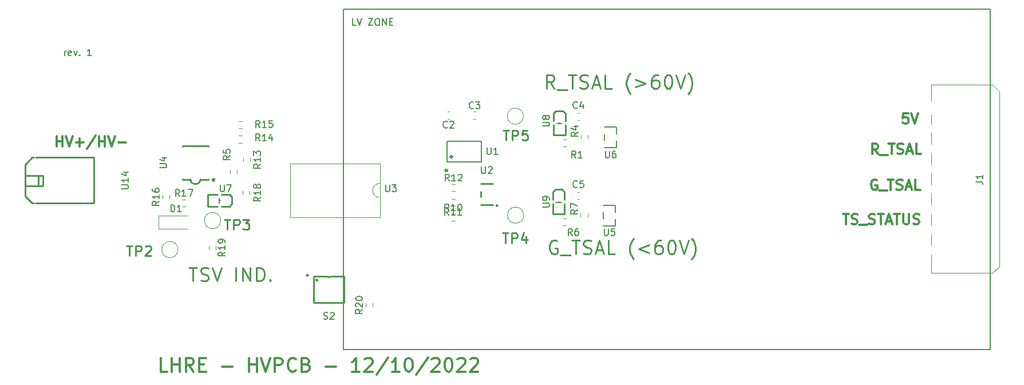
<source format=gbr>
%TF.GenerationSoftware,KiCad,Pcbnew,(6.0.7-1)-1*%
%TF.CreationDate,2022-12-12T00:26:17-05:00*%
%TF.ProjectId,HVPCB,48565043-422e-46b6-9963-61645f706362,rev?*%
%TF.SameCoordinates,Original*%
%TF.FileFunction,Legend,Top*%
%TF.FilePolarity,Positive*%
%FSLAX46Y46*%
G04 Gerber Fmt 4.6, Leading zero omitted, Abs format (unit mm)*
G04 Created by KiCad (PCBNEW (6.0.7-1)-1) date 2022-12-12 00:26:17*
%MOMM*%
%LPD*%
G01*
G04 APERTURE LIST*
%ADD10C,0.300000*%
%ADD11C,0.150000*%
%ADD12C,0.200000*%
%ADD13C,0.250000*%
%ADD14C,0.120000*%
%ADD15C,0.254001*%
%ADD16C,0.059995*%
%ADD17C,0.152400*%
%ADD18C,0.202997*%
G04 APERTURE END LIST*
D10*
X197385714Y-98778571D02*
X198242857Y-98778571D01*
X197814285Y-100278571D02*
X197814285Y-98778571D01*
X198671428Y-100207142D02*
X198885714Y-100278571D01*
X199242857Y-100278571D01*
X199385714Y-100207142D01*
X199457142Y-100135714D01*
X199528571Y-99992857D01*
X199528571Y-99850000D01*
X199457142Y-99707142D01*
X199385714Y-99635714D01*
X199242857Y-99564285D01*
X198957142Y-99492857D01*
X198814285Y-99421428D01*
X198742857Y-99350000D01*
X198671428Y-99207142D01*
X198671428Y-99064285D01*
X198742857Y-98921428D01*
X198814285Y-98850000D01*
X198957142Y-98778571D01*
X199314285Y-98778571D01*
X199528571Y-98850000D01*
X199814285Y-100421428D02*
X200957142Y-100421428D01*
X201242857Y-100207142D02*
X201457142Y-100278571D01*
X201814285Y-100278571D01*
X201957142Y-100207142D01*
X202028571Y-100135714D01*
X202100000Y-99992857D01*
X202100000Y-99850000D01*
X202028571Y-99707142D01*
X201957142Y-99635714D01*
X201814285Y-99564285D01*
X201528571Y-99492857D01*
X201385714Y-99421428D01*
X201314285Y-99350000D01*
X201242857Y-99207142D01*
X201242857Y-99064285D01*
X201314285Y-98921428D01*
X201385714Y-98850000D01*
X201528571Y-98778571D01*
X201885714Y-98778571D01*
X202100000Y-98850000D01*
X202528571Y-98778571D02*
X203385714Y-98778571D01*
X202957142Y-100278571D02*
X202957142Y-98778571D01*
X203814285Y-99850000D02*
X204528571Y-99850000D01*
X203671428Y-100278571D02*
X204171428Y-98778571D01*
X204671428Y-100278571D01*
X204957142Y-98778571D02*
X205814285Y-98778571D01*
X205385714Y-100278571D02*
X205385714Y-98778571D01*
X206314285Y-98778571D02*
X206314285Y-99992857D01*
X206385714Y-100135714D01*
X206457142Y-100207142D01*
X206600000Y-100278571D01*
X206885714Y-100278571D01*
X207028571Y-100207142D01*
X207100000Y-100135714D01*
X207171428Y-99992857D01*
X207171428Y-98778571D01*
X207814285Y-100207142D02*
X208028571Y-100278571D01*
X208385714Y-100278571D01*
X208528571Y-100207142D01*
X208600000Y-100135714D01*
X208671428Y-99992857D01*
X208671428Y-99850000D01*
X208600000Y-99707142D01*
X208528571Y-99635714D01*
X208385714Y-99564285D01*
X208100000Y-99492857D01*
X207957142Y-99421428D01*
X207885714Y-99350000D01*
X207814285Y-99207142D01*
X207814285Y-99064285D01*
X207885714Y-98921428D01*
X207957142Y-98850000D01*
X208100000Y-98778571D01*
X208457142Y-98778571D01*
X208671428Y-98850000D01*
X202385714Y-93750000D02*
X202242857Y-93678571D01*
X202028571Y-93678571D01*
X201814285Y-93750000D01*
X201671428Y-93892857D01*
X201600000Y-94035714D01*
X201528571Y-94321428D01*
X201528571Y-94535714D01*
X201600000Y-94821428D01*
X201671428Y-94964285D01*
X201814285Y-95107142D01*
X202028571Y-95178571D01*
X202171428Y-95178571D01*
X202385714Y-95107142D01*
X202457142Y-95035714D01*
X202457142Y-94535714D01*
X202171428Y-94535714D01*
X202742857Y-95321428D02*
X203885714Y-95321428D01*
X204028571Y-93678571D02*
X204885714Y-93678571D01*
X204457142Y-95178571D02*
X204457142Y-93678571D01*
X205314285Y-95107142D02*
X205528571Y-95178571D01*
X205885714Y-95178571D01*
X206028571Y-95107142D01*
X206100000Y-95035714D01*
X206171428Y-94892857D01*
X206171428Y-94750000D01*
X206100000Y-94607142D01*
X206028571Y-94535714D01*
X205885714Y-94464285D01*
X205600000Y-94392857D01*
X205457142Y-94321428D01*
X205385714Y-94250000D01*
X205314285Y-94107142D01*
X205314285Y-93964285D01*
X205385714Y-93821428D01*
X205457142Y-93750000D01*
X205600000Y-93678571D01*
X205957142Y-93678571D01*
X206171428Y-93750000D01*
X206742857Y-94750000D02*
X207457142Y-94750000D01*
X206600000Y-95178571D02*
X207100000Y-93678571D01*
X207600000Y-95178571D01*
X208814285Y-95178571D02*
X208100000Y-95178571D01*
X208100000Y-93678571D01*
X202557142Y-89878571D02*
X202057142Y-89164285D01*
X201700000Y-89878571D02*
X201700000Y-88378571D01*
X202271428Y-88378571D01*
X202414285Y-88450000D01*
X202485714Y-88521428D01*
X202557142Y-88664285D01*
X202557142Y-88878571D01*
X202485714Y-89021428D01*
X202414285Y-89092857D01*
X202271428Y-89164285D01*
X201700000Y-89164285D01*
X202842857Y-90021428D02*
X203985714Y-90021428D01*
X204128571Y-88378571D02*
X204985714Y-88378571D01*
X204557142Y-89878571D02*
X204557142Y-88378571D01*
X205414285Y-89807142D02*
X205628571Y-89878571D01*
X205985714Y-89878571D01*
X206128571Y-89807142D01*
X206200000Y-89735714D01*
X206271428Y-89592857D01*
X206271428Y-89450000D01*
X206200000Y-89307142D01*
X206128571Y-89235714D01*
X205985714Y-89164285D01*
X205700000Y-89092857D01*
X205557142Y-89021428D01*
X205485714Y-88950000D01*
X205414285Y-88807142D01*
X205414285Y-88664285D01*
X205485714Y-88521428D01*
X205557142Y-88450000D01*
X205700000Y-88378571D01*
X206057142Y-88378571D01*
X206271428Y-88450000D01*
X206842857Y-89450000D02*
X207557142Y-89450000D01*
X206700000Y-89878571D02*
X207200000Y-88378571D01*
X207700000Y-89878571D01*
X208914285Y-89878571D02*
X208200000Y-89878571D01*
X208200000Y-88378571D01*
X207014285Y-83878571D02*
X206300000Y-83878571D01*
X206228571Y-84592857D01*
X206300000Y-84521428D01*
X206442857Y-84450000D01*
X206800000Y-84450000D01*
X206942857Y-84521428D01*
X207014285Y-84592857D01*
X207085714Y-84735714D01*
X207085714Y-85092857D01*
X207014285Y-85235714D01*
X206942857Y-85307142D01*
X206800000Y-85378571D01*
X206442857Y-85378571D01*
X206300000Y-85307142D01*
X206228571Y-85235714D01*
X207514285Y-83878571D02*
X208014285Y-85378571D01*
X208514285Y-83878571D01*
X81057142Y-88778571D02*
X81057142Y-87278571D01*
X81057142Y-87992857D02*
X81914285Y-87992857D01*
X81914285Y-88778571D02*
X81914285Y-87278571D01*
X82414285Y-87278571D02*
X82914285Y-88778571D01*
X83414285Y-87278571D01*
X83914285Y-88207142D02*
X85057142Y-88207142D01*
X84485714Y-88778571D02*
X84485714Y-87635714D01*
X86842857Y-87207142D02*
X85557142Y-89135714D01*
X87342857Y-88778571D02*
X87342857Y-87278571D01*
X87342857Y-87992857D02*
X88200000Y-87992857D01*
X88200000Y-88778571D02*
X88200000Y-87278571D01*
X88700000Y-87278571D02*
X89200000Y-88778571D01*
X89700000Y-87278571D01*
X90200000Y-88207142D02*
X91342857Y-88207142D01*
D11*
X125323809Y-70852380D02*
X124847619Y-70852380D01*
X124847619Y-69852380D01*
X125514285Y-69852380D02*
X125847619Y-70852380D01*
X126180952Y-69852380D01*
X127180952Y-69852380D02*
X127847619Y-69852380D01*
X127180952Y-70852380D01*
X127847619Y-70852380D01*
X128419047Y-69852380D02*
X128609523Y-69852380D01*
X128704761Y-69900000D01*
X128800000Y-69995238D01*
X128847619Y-70185714D01*
X128847619Y-70519047D01*
X128800000Y-70709523D01*
X128704761Y-70804761D01*
X128609523Y-70852380D01*
X128419047Y-70852380D01*
X128323809Y-70804761D01*
X128228571Y-70709523D01*
X128180952Y-70519047D01*
X128180952Y-70185714D01*
X128228571Y-69995238D01*
X128323809Y-69900000D01*
X128419047Y-69852380D01*
X129276190Y-70852380D02*
X129276190Y-69852380D01*
X129847619Y-70852380D01*
X129847619Y-69852380D01*
X130323809Y-70328571D02*
X130657142Y-70328571D01*
X130800000Y-70852380D02*
X130323809Y-70852380D01*
X130323809Y-69852380D01*
X130800000Y-69852380D01*
D12*
X82223809Y-75352380D02*
X82223809Y-74685714D01*
X82223809Y-74876190D02*
X82271428Y-74780952D01*
X82319047Y-74733333D01*
X82414285Y-74685714D01*
X82509523Y-74685714D01*
X83223809Y-75304761D02*
X83128571Y-75352380D01*
X82938095Y-75352380D01*
X82842857Y-75304761D01*
X82795238Y-75209523D01*
X82795238Y-74828571D01*
X82842857Y-74733333D01*
X82938095Y-74685714D01*
X83128571Y-74685714D01*
X83223809Y-74733333D01*
X83271428Y-74828571D01*
X83271428Y-74923809D01*
X82795238Y-75019047D01*
X83604761Y-74685714D02*
X83842857Y-75352380D01*
X84080952Y-74685714D01*
X84461904Y-75257142D02*
X84509523Y-75304761D01*
X84461904Y-75352380D01*
X84414285Y-75304761D01*
X84461904Y-75257142D01*
X84461904Y-75352380D01*
X86223809Y-75352380D02*
X85652380Y-75352380D01*
X85938095Y-75352380D02*
X85938095Y-74352380D01*
X85842857Y-74495238D01*
X85747619Y-74590476D01*
X85652380Y-74638095D01*
D10*
X97423809Y-122104761D02*
X96471428Y-122104761D01*
X96471428Y-120104761D01*
X98090476Y-122104761D02*
X98090476Y-120104761D01*
X98090476Y-121057142D02*
X99233333Y-121057142D01*
X99233333Y-122104761D02*
X99233333Y-120104761D01*
X101328571Y-122104761D02*
X100661904Y-121152380D01*
X100185714Y-122104761D02*
X100185714Y-120104761D01*
X100947619Y-120104761D01*
X101138095Y-120200000D01*
X101233333Y-120295238D01*
X101328571Y-120485714D01*
X101328571Y-120771428D01*
X101233333Y-120961904D01*
X101138095Y-121057142D01*
X100947619Y-121152380D01*
X100185714Y-121152380D01*
X102185714Y-121057142D02*
X102852380Y-121057142D01*
X103138095Y-122104761D02*
X102185714Y-122104761D01*
X102185714Y-120104761D01*
X103138095Y-120104761D01*
X105519047Y-121342857D02*
X107042857Y-121342857D01*
X109519047Y-122104761D02*
X109519047Y-120104761D01*
X109519047Y-121057142D02*
X110661904Y-121057142D01*
X110661904Y-122104761D02*
X110661904Y-120104761D01*
X111328571Y-120104761D02*
X111995238Y-122104761D01*
X112661904Y-120104761D01*
X113328571Y-122104761D02*
X113328571Y-120104761D01*
X114090476Y-120104761D01*
X114280952Y-120200000D01*
X114376190Y-120295238D01*
X114471428Y-120485714D01*
X114471428Y-120771428D01*
X114376190Y-120961904D01*
X114280952Y-121057142D01*
X114090476Y-121152380D01*
X113328571Y-121152380D01*
X116471428Y-121914285D02*
X116376190Y-122009523D01*
X116090476Y-122104761D01*
X115900000Y-122104761D01*
X115614285Y-122009523D01*
X115423809Y-121819047D01*
X115328571Y-121628571D01*
X115233333Y-121247619D01*
X115233333Y-120961904D01*
X115328571Y-120580952D01*
X115423809Y-120390476D01*
X115614285Y-120200000D01*
X115900000Y-120104761D01*
X116090476Y-120104761D01*
X116376190Y-120200000D01*
X116471428Y-120295238D01*
X117995238Y-121057142D02*
X118280952Y-121152380D01*
X118376190Y-121247619D01*
X118471428Y-121438095D01*
X118471428Y-121723809D01*
X118376190Y-121914285D01*
X118280952Y-122009523D01*
X118090476Y-122104761D01*
X117328571Y-122104761D01*
X117328571Y-120104761D01*
X117995238Y-120104761D01*
X118185714Y-120200000D01*
X118280952Y-120295238D01*
X118376190Y-120485714D01*
X118376190Y-120676190D01*
X118280952Y-120866666D01*
X118185714Y-120961904D01*
X117995238Y-121057142D01*
X117328571Y-121057142D01*
X120852380Y-121342857D02*
X122376190Y-121342857D01*
X125899999Y-122104761D02*
X124757142Y-122104761D01*
X125328571Y-122104761D02*
X125328571Y-120104761D01*
X125138095Y-120390476D01*
X124947619Y-120580952D01*
X124757142Y-120676190D01*
X126661904Y-120295238D02*
X126757142Y-120200000D01*
X126947619Y-120104761D01*
X127423809Y-120104761D01*
X127614285Y-120200000D01*
X127709523Y-120295238D01*
X127804761Y-120485714D01*
X127804761Y-120676190D01*
X127709523Y-120961904D01*
X126566666Y-122104761D01*
X127804761Y-122104761D01*
X130090476Y-120009523D02*
X128376190Y-122580952D01*
X131804761Y-122104761D02*
X130661904Y-122104761D01*
X131233333Y-122104761D02*
X131233333Y-120104761D01*
X131042857Y-120390476D01*
X130852380Y-120580952D01*
X130661904Y-120676190D01*
X133042857Y-120104761D02*
X133233333Y-120104761D01*
X133423809Y-120200000D01*
X133519047Y-120295238D01*
X133614285Y-120485714D01*
X133709523Y-120866666D01*
X133709523Y-121342857D01*
X133614285Y-121723809D01*
X133519047Y-121914285D01*
X133423809Y-122009523D01*
X133233333Y-122104761D01*
X133042857Y-122104761D01*
X132852380Y-122009523D01*
X132757142Y-121914285D01*
X132661904Y-121723809D01*
X132566666Y-121342857D01*
X132566666Y-120866666D01*
X132661904Y-120485714D01*
X132757142Y-120295238D01*
X132852380Y-120200000D01*
X133042857Y-120104761D01*
X135995238Y-120009523D02*
X134280952Y-122580952D01*
X136566666Y-120295238D02*
X136661904Y-120200000D01*
X136852380Y-120104761D01*
X137328571Y-120104761D01*
X137519047Y-120200000D01*
X137614285Y-120295238D01*
X137709523Y-120485714D01*
X137709523Y-120676190D01*
X137614285Y-120961904D01*
X136471428Y-122104761D01*
X137709523Y-122104761D01*
X138947619Y-120104761D02*
X139138095Y-120104761D01*
X139328571Y-120200000D01*
X139423809Y-120295238D01*
X139519047Y-120485714D01*
X139614285Y-120866666D01*
X139614285Y-121342857D01*
X139519047Y-121723809D01*
X139423809Y-121914285D01*
X139328571Y-122009523D01*
X139138095Y-122104761D01*
X138947619Y-122104761D01*
X138757142Y-122009523D01*
X138661904Y-121914285D01*
X138566666Y-121723809D01*
X138471428Y-121342857D01*
X138471428Y-120866666D01*
X138566666Y-120485714D01*
X138661904Y-120295238D01*
X138757142Y-120200000D01*
X138947619Y-120104761D01*
X140376190Y-120295238D02*
X140471428Y-120200000D01*
X140661904Y-120104761D01*
X141138095Y-120104761D01*
X141328571Y-120200000D01*
X141423809Y-120295238D01*
X141519047Y-120485714D01*
X141519047Y-120676190D01*
X141423809Y-120961904D01*
X140280952Y-122104761D01*
X141519047Y-122104761D01*
X142280952Y-120295238D02*
X142376190Y-120200000D01*
X142566666Y-120104761D01*
X143042857Y-120104761D01*
X143233333Y-120200000D01*
X143328571Y-120295238D01*
X143423809Y-120485714D01*
X143423809Y-120676190D01*
X143328571Y-120961904D01*
X142185714Y-122104761D01*
X143423809Y-122104761D01*
D13*
X100657142Y-106704761D02*
X101800000Y-106704761D01*
X101228571Y-108704761D02*
X101228571Y-106704761D01*
X102371428Y-108609523D02*
X102657142Y-108704761D01*
X103133333Y-108704761D01*
X103323809Y-108609523D01*
X103419047Y-108514285D01*
X103514285Y-108323809D01*
X103514285Y-108133333D01*
X103419047Y-107942857D01*
X103323809Y-107847619D01*
X103133333Y-107752380D01*
X102752380Y-107657142D01*
X102561904Y-107561904D01*
X102466666Y-107466666D01*
X102371428Y-107276190D01*
X102371428Y-107085714D01*
X102466666Y-106895238D01*
X102561904Y-106800000D01*
X102752380Y-106704761D01*
X103228571Y-106704761D01*
X103514285Y-106800000D01*
X104085714Y-106704761D02*
X104752380Y-108704761D01*
X105419047Y-106704761D01*
X107609523Y-108704761D02*
X107609523Y-106704761D01*
X108561904Y-108704761D02*
X108561904Y-106704761D01*
X109704761Y-108704761D01*
X109704761Y-106704761D01*
X110657142Y-108704761D02*
X110657142Y-106704761D01*
X111133333Y-106704761D01*
X111419047Y-106800000D01*
X111609523Y-106990476D01*
X111704761Y-107180952D01*
X111800000Y-107561904D01*
X111800000Y-107847619D01*
X111704761Y-108228571D01*
X111609523Y-108419047D01*
X111419047Y-108609523D01*
X111133333Y-108704761D01*
X110657142Y-108704761D01*
X112657142Y-108514285D02*
X112752380Y-108609523D01*
X112657142Y-108704761D01*
X112561904Y-108609523D01*
X112657142Y-108514285D01*
X112657142Y-108704761D01*
X155085714Y-102790000D02*
X154895238Y-102694761D01*
X154609523Y-102694761D01*
X154323809Y-102790000D01*
X154133333Y-102980476D01*
X154038095Y-103170952D01*
X153942857Y-103551904D01*
X153942857Y-103837619D01*
X154038095Y-104218571D01*
X154133333Y-104409047D01*
X154323809Y-104599523D01*
X154609523Y-104694761D01*
X154800000Y-104694761D01*
X155085714Y-104599523D01*
X155180952Y-104504285D01*
X155180952Y-103837619D01*
X154800000Y-103837619D01*
X155561904Y-104885238D02*
X157085714Y-104885238D01*
X157276190Y-102694761D02*
X158419047Y-102694761D01*
X157847619Y-104694761D02*
X157847619Y-102694761D01*
X158990476Y-104599523D02*
X159276190Y-104694761D01*
X159752380Y-104694761D01*
X159942857Y-104599523D01*
X160038095Y-104504285D01*
X160133333Y-104313809D01*
X160133333Y-104123333D01*
X160038095Y-103932857D01*
X159942857Y-103837619D01*
X159752380Y-103742380D01*
X159371428Y-103647142D01*
X159180952Y-103551904D01*
X159085714Y-103456666D01*
X158990476Y-103266190D01*
X158990476Y-103075714D01*
X159085714Y-102885238D01*
X159180952Y-102790000D01*
X159371428Y-102694761D01*
X159847619Y-102694761D01*
X160133333Y-102790000D01*
X160895238Y-104123333D02*
X161847619Y-104123333D01*
X160704761Y-104694761D02*
X161371428Y-102694761D01*
X162038095Y-104694761D01*
X163657142Y-104694761D02*
X162704761Y-104694761D01*
X162704761Y-102694761D01*
X166419047Y-105456666D02*
X166323809Y-105361428D01*
X166133333Y-105075714D01*
X166038095Y-104885238D01*
X165942857Y-104599523D01*
X165847619Y-104123333D01*
X165847619Y-103742380D01*
X165942857Y-103266190D01*
X166038095Y-102980476D01*
X166133333Y-102790000D01*
X166323809Y-102504285D01*
X166419047Y-102409047D01*
X168704761Y-103361428D02*
X167180952Y-103932857D01*
X168704761Y-104504285D01*
X170514285Y-102694761D02*
X170133333Y-102694761D01*
X169942857Y-102790000D01*
X169847619Y-102885238D01*
X169657142Y-103170952D01*
X169561904Y-103551904D01*
X169561904Y-104313809D01*
X169657142Y-104504285D01*
X169752380Y-104599523D01*
X169942857Y-104694761D01*
X170323809Y-104694761D01*
X170514285Y-104599523D01*
X170609523Y-104504285D01*
X170704761Y-104313809D01*
X170704761Y-103837619D01*
X170609523Y-103647142D01*
X170514285Y-103551904D01*
X170323809Y-103456666D01*
X169942857Y-103456666D01*
X169752380Y-103551904D01*
X169657142Y-103647142D01*
X169561904Y-103837619D01*
X171942857Y-102694761D02*
X172133333Y-102694761D01*
X172323809Y-102790000D01*
X172419047Y-102885238D01*
X172514285Y-103075714D01*
X172609523Y-103456666D01*
X172609523Y-103932857D01*
X172514285Y-104313809D01*
X172419047Y-104504285D01*
X172323809Y-104599523D01*
X172133333Y-104694761D01*
X171942857Y-104694761D01*
X171752380Y-104599523D01*
X171657142Y-104504285D01*
X171561904Y-104313809D01*
X171466666Y-103932857D01*
X171466666Y-103456666D01*
X171561904Y-103075714D01*
X171657142Y-102885238D01*
X171752380Y-102790000D01*
X171942857Y-102694761D01*
X173180952Y-102694761D02*
X173847619Y-104694761D01*
X174514285Y-102694761D01*
X174990476Y-105456666D02*
X175085714Y-105361428D01*
X175276190Y-105075714D01*
X175371428Y-104885238D01*
X175466666Y-104599523D01*
X175561904Y-104123333D01*
X175561904Y-103742380D01*
X175466666Y-103266190D01*
X175371428Y-102980476D01*
X175276190Y-102790000D01*
X175085714Y-102504285D01*
X174990476Y-102409047D01*
X154680952Y-80194761D02*
X154014285Y-79242380D01*
X153538095Y-80194761D02*
X153538095Y-78194761D01*
X154300000Y-78194761D01*
X154490476Y-78290000D01*
X154585714Y-78385238D01*
X154680952Y-78575714D01*
X154680952Y-78861428D01*
X154585714Y-79051904D01*
X154490476Y-79147142D01*
X154300000Y-79242380D01*
X153538095Y-79242380D01*
X155061904Y-80385238D02*
X156585714Y-80385238D01*
X156776190Y-78194761D02*
X157919047Y-78194761D01*
X157347619Y-80194761D02*
X157347619Y-78194761D01*
X158490476Y-80099523D02*
X158776190Y-80194761D01*
X159252380Y-80194761D01*
X159442857Y-80099523D01*
X159538095Y-80004285D01*
X159633333Y-79813809D01*
X159633333Y-79623333D01*
X159538095Y-79432857D01*
X159442857Y-79337619D01*
X159252380Y-79242380D01*
X158871428Y-79147142D01*
X158680952Y-79051904D01*
X158585714Y-78956666D01*
X158490476Y-78766190D01*
X158490476Y-78575714D01*
X158585714Y-78385238D01*
X158680952Y-78290000D01*
X158871428Y-78194761D01*
X159347619Y-78194761D01*
X159633333Y-78290000D01*
X160395238Y-79623333D02*
X161347619Y-79623333D01*
X160204761Y-80194761D02*
X160871428Y-78194761D01*
X161538095Y-80194761D01*
X163157142Y-80194761D02*
X162204761Y-80194761D01*
X162204761Y-78194761D01*
X165919047Y-80956666D02*
X165823809Y-80861428D01*
X165633333Y-80575714D01*
X165538095Y-80385238D01*
X165442857Y-80099523D01*
X165347619Y-79623333D01*
X165347619Y-79242380D01*
X165442857Y-78766190D01*
X165538095Y-78480476D01*
X165633333Y-78290000D01*
X165823809Y-78004285D01*
X165919047Y-77909047D01*
X166680952Y-78861428D02*
X168204761Y-79432857D01*
X166680952Y-80004285D01*
X170014285Y-78194761D02*
X169633333Y-78194761D01*
X169442857Y-78290000D01*
X169347619Y-78385238D01*
X169157142Y-78670952D01*
X169061904Y-79051904D01*
X169061904Y-79813809D01*
X169157142Y-80004285D01*
X169252380Y-80099523D01*
X169442857Y-80194761D01*
X169823809Y-80194761D01*
X170014285Y-80099523D01*
X170109523Y-80004285D01*
X170204761Y-79813809D01*
X170204761Y-79337619D01*
X170109523Y-79147142D01*
X170014285Y-79051904D01*
X169823809Y-78956666D01*
X169442857Y-78956666D01*
X169252380Y-79051904D01*
X169157142Y-79147142D01*
X169061904Y-79337619D01*
X171442857Y-78194761D02*
X171633333Y-78194761D01*
X171823809Y-78290000D01*
X171919047Y-78385238D01*
X172014285Y-78575714D01*
X172109523Y-78956666D01*
X172109523Y-79432857D01*
X172014285Y-79813809D01*
X171919047Y-80004285D01*
X171823809Y-80099523D01*
X171633333Y-80194761D01*
X171442857Y-80194761D01*
X171252380Y-80099523D01*
X171157142Y-80004285D01*
X171061904Y-79813809D01*
X170966666Y-79432857D01*
X170966666Y-78956666D01*
X171061904Y-78575714D01*
X171157142Y-78385238D01*
X171252380Y-78290000D01*
X171442857Y-78194761D01*
X172680952Y-78194761D02*
X173347619Y-80194761D01*
X174014285Y-78194761D01*
X174490476Y-80956666D02*
X174585714Y-80861428D01*
X174776190Y-80575714D01*
X174871428Y-80385238D01*
X174966666Y-80099523D01*
X175061904Y-79623333D01*
X175061904Y-79242380D01*
X174966666Y-78766190D01*
X174871428Y-78480476D01*
X174776190Y-78290000D01*
X174585714Y-78004285D01*
X174490476Y-77909047D01*
D11*
X123500000Y-68500000D02*
X219135400Y-68500000D01*
X219135400Y-68500000D02*
X219135400Y-118822600D01*
X219135400Y-118822600D02*
X123500000Y-118822600D01*
X123500000Y-118822600D02*
X123500000Y-68500000D01*
%TO.C,D1*%
X97961904Y-98452380D02*
X97961904Y-97452380D01*
X98200000Y-97452380D01*
X98342857Y-97500000D01*
X98438095Y-97595238D01*
X98485714Y-97690476D01*
X98533333Y-97880952D01*
X98533333Y-98023809D01*
X98485714Y-98214285D01*
X98438095Y-98309523D01*
X98342857Y-98404761D01*
X98200000Y-98452380D01*
X97961904Y-98452380D01*
X99485714Y-98452380D02*
X98914285Y-98452380D01*
X99200000Y-98452380D02*
X99200000Y-97452380D01*
X99104761Y-97595238D01*
X99009523Y-97690476D01*
X98914285Y-97738095D01*
%TO.C,C5*%
X158070833Y-94757142D02*
X158023214Y-94804761D01*
X157880357Y-94852380D01*
X157785119Y-94852380D01*
X157642261Y-94804761D01*
X157547023Y-94709523D01*
X157499404Y-94614285D01*
X157451785Y-94423809D01*
X157451785Y-94280952D01*
X157499404Y-94090476D01*
X157547023Y-93995238D01*
X157642261Y-93900000D01*
X157785119Y-93852380D01*
X157880357Y-93852380D01*
X158023214Y-93900000D01*
X158070833Y-93947619D01*
X158975595Y-93852380D02*
X158499404Y-93852380D01*
X158451785Y-94328571D01*
X158499404Y-94280952D01*
X158594642Y-94233333D01*
X158832738Y-94233333D01*
X158927976Y-94280952D01*
X158975595Y-94328571D01*
X159023214Y-94423809D01*
X159023214Y-94661904D01*
X158975595Y-94757142D01*
X158927976Y-94804761D01*
X158832738Y-94852380D01*
X158594642Y-94852380D01*
X158499404Y-94804761D01*
X158451785Y-94757142D01*
%TO.C,C4*%
X158083333Y-83057142D02*
X158035714Y-83104761D01*
X157892857Y-83152380D01*
X157797619Y-83152380D01*
X157654761Y-83104761D01*
X157559523Y-83009523D01*
X157511904Y-82914285D01*
X157464285Y-82723809D01*
X157464285Y-82580952D01*
X157511904Y-82390476D01*
X157559523Y-82295238D01*
X157654761Y-82200000D01*
X157797619Y-82152380D01*
X157892857Y-82152380D01*
X158035714Y-82200000D01*
X158083333Y-82247619D01*
X158940476Y-82485714D02*
X158940476Y-83152380D01*
X158702380Y-82104761D02*
X158464285Y-82819047D01*
X159083333Y-82819047D01*
%TO.C,C3*%
X142718334Y-83094986D02*
X142670715Y-83142605D01*
X142527858Y-83190224D01*
X142432620Y-83190224D01*
X142289762Y-83142605D01*
X142194524Y-83047367D01*
X142146905Y-82952129D01*
X142099286Y-82761653D01*
X142099286Y-82618796D01*
X142146905Y-82428320D01*
X142194524Y-82333082D01*
X142289762Y-82237844D01*
X142432620Y-82190224D01*
X142527858Y-82190224D01*
X142670715Y-82237844D01*
X142718334Y-82285463D01*
X143051667Y-82190224D02*
X143670715Y-82190224D01*
X143337381Y-82571177D01*
X143480239Y-82571177D01*
X143575477Y-82618796D01*
X143623096Y-82666415D01*
X143670715Y-82761653D01*
X143670715Y-82999748D01*
X143623096Y-83094986D01*
X143575477Y-83142605D01*
X143480239Y-83190224D01*
X143194524Y-83190224D01*
X143099286Y-83142605D01*
X143051667Y-83094986D01*
%TO.C,C2*%
X138868334Y-85954986D02*
X138820715Y-86002605D01*
X138677858Y-86050224D01*
X138582620Y-86050224D01*
X138439762Y-86002605D01*
X138344524Y-85907367D01*
X138296905Y-85812129D01*
X138249286Y-85621653D01*
X138249286Y-85478796D01*
X138296905Y-85288320D01*
X138344524Y-85193082D01*
X138439762Y-85097844D01*
X138582620Y-85050224D01*
X138677858Y-85050224D01*
X138820715Y-85097844D01*
X138868334Y-85145463D01*
X139249286Y-85145463D02*
X139296905Y-85097844D01*
X139392143Y-85050224D01*
X139630239Y-85050224D01*
X139725477Y-85097844D01*
X139773096Y-85145463D01*
X139820715Y-85240701D01*
X139820715Y-85335939D01*
X139773096Y-85478796D01*
X139201667Y-86050224D01*
X139820715Y-86050224D01*
%TO.C,J1*%
X217052380Y-93994633D02*
X217766666Y-93994633D01*
X217909523Y-94042252D01*
X218004761Y-94137490D01*
X218052380Y-94280347D01*
X218052380Y-94375585D01*
X218052380Y-92994633D02*
X218052380Y-93566061D01*
X218052380Y-93280347D02*
X217052380Y-93280347D01*
X217195238Y-93375585D01*
X217290476Y-93470823D01*
X217338095Y-93566061D01*
%TO.C,R17*%
X99239381Y-96172857D02*
X98906048Y-95696667D01*
X98667953Y-96172857D02*
X98667953Y-95172857D01*
X99048905Y-95172857D01*
X99144143Y-95220477D01*
X99191762Y-95268096D01*
X99239381Y-95363334D01*
X99239381Y-95506191D01*
X99191762Y-95601429D01*
X99144143Y-95649048D01*
X99048905Y-95696667D01*
X98667953Y-95696667D01*
X100191762Y-96172857D02*
X99620334Y-96172857D01*
X99906048Y-96172857D02*
X99906048Y-95172857D01*
X99810810Y-95315715D01*
X99715572Y-95410953D01*
X99620334Y-95458572D01*
X100525096Y-95172857D02*
X101191762Y-95172857D01*
X100763191Y-96172857D01*
%TO.C,U4*%
X96342170Y-91926903D02*
X97151694Y-91926903D01*
X97246932Y-91879284D01*
X97294551Y-91831665D01*
X97342170Y-91736427D01*
X97342170Y-91545951D01*
X97294551Y-91450713D01*
X97246932Y-91403094D01*
X97151694Y-91355475D01*
X96342170Y-91355475D01*
X96675504Y-90450713D02*
X97342170Y-90450713D01*
X96294551Y-90688808D02*
X97008837Y-90926903D01*
X97008837Y-90307856D01*
%TO.C,R4*%
X158172380Y-86666666D02*
X157696190Y-87000000D01*
X158172380Y-87238095D02*
X157172380Y-87238095D01*
X157172380Y-86857142D01*
X157220000Y-86761904D01*
X157267619Y-86714285D01*
X157362857Y-86666666D01*
X157505714Y-86666666D01*
X157600952Y-86714285D01*
X157648571Y-86761904D01*
X157696190Y-86857142D01*
X157696190Y-87238095D01*
X157505714Y-85809523D02*
X158172380Y-85809523D01*
X157124761Y-86047619D02*
X157839047Y-86285714D01*
X157839047Y-85666666D01*
%TO.C,U5*%
X162075595Y-100952380D02*
X162075595Y-101761904D01*
X162123214Y-101857142D01*
X162170833Y-101904761D01*
X162266071Y-101952380D01*
X162456547Y-101952380D01*
X162551785Y-101904761D01*
X162599404Y-101857142D01*
X162647023Y-101761904D01*
X162647023Y-100952380D01*
X163599404Y-100952380D02*
X163123214Y-100952380D01*
X163075595Y-101428571D01*
X163123214Y-101380952D01*
X163218452Y-101333333D01*
X163456547Y-101333333D01*
X163551785Y-101380952D01*
X163599404Y-101428571D01*
X163647023Y-101523809D01*
X163647023Y-101761904D01*
X163599404Y-101857142D01*
X163551785Y-101904761D01*
X163456547Y-101952380D01*
X163218452Y-101952380D01*
X163123214Y-101904761D01*
X163075595Y-101857142D01*
%TO.C,R1*%
X157833333Y-90452380D02*
X157500000Y-89976190D01*
X157261904Y-90452380D02*
X157261904Y-89452380D01*
X157642857Y-89452380D01*
X157738095Y-89500000D01*
X157785714Y-89547619D01*
X157833333Y-89642857D01*
X157833333Y-89785714D01*
X157785714Y-89880952D01*
X157738095Y-89928571D01*
X157642857Y-89976190D01*
X157261904Y-89976190D01*
X158785714Y-90452380D02*
X158214285Y-90452380D01*
X158500000Y-90452380D02*
X158500000Y-89452380D01*
X158404761Y-89595238D01*
X158309523Y-89690476D01*
X158214285Y-89738095D01*
%TO.C,R6*%
X157333333Y-101952380D02*
X157000000Y-101476190D01*
X156761904Y-101952380D02*
X156761904Y-100952380D01*
X157142857Y-100952380D01*
X157238095Y-101000000D01*
X157285714Y-101047619D01*
X157333333Y-101142857D01*
X157333333Y-101285714D01*
X157285714Y-101380952D01*
X157238095Y-101428571D01*
X157142857Y-101476190D01*
X156761904Y-101476190D01*
X158190476Y-100952380D02*
X158000000Y-100952380D01*
X157904761Y-101000000D01*
X157857142Y-101047619D01*
X157761904Y-101190476D01*
X157714285Y-101380952D01*
X157714285Y-101761904D01*
X157761904Y-101857142D01*
X157809523Y-101904761D01*
X157904761Y-101952380D01*
X158095238Y-101952380D01*
X158190476Y-101904761D01*
X158238095Y-101857142D01*
X158285714Y-101761904D01*
X158285714Y-101523809D01*
X158238095Y-101428571D01*
X158190476Y-101380952D01*
X158095238Y-101333333D01*
X157904761Y-101333333D01*
X157809523Y-101380952D01*
X157761904Y-101428571D01*
X157714285Y-101523809D01*
D13*
%TO.C,TP2*%
X91407142Y-103478571D02*
X92264285Y-103478571D01*
X91835714Y-104978571D02*
X91835714Y-103478571D01*
X92764285Y-104978571D02*
X92764285Y-103478571D01*
X93335714Y-103478571D01*
X93478571Y-103550000D01*
X93550000Y-103621428D01*
X93621428Y-103764285D01*
X93621428Y-103978571D01*
X93550000Y-104121428D01*
X93478571Y-104192857D01*
X93335714Y-104264285D01*
X92764285Y-104264285D01*
X94192857Y-103621428D02*
X94264285Y-103550000D01*
X94407142Y-103478571D01*
X94764285Y-103478571D01*
X94907142Y-103550000D01*
X94978571Y-103621428D01*
X95050000Y-103764285D01*
X95050000Y-103907142D01*
X94978571Y-104121428D01*
X94121428Y-104978571D01*
X95050000Y-104978571D01*
D11*
%TO.C,R10*%
X139079643Y-98298973D02*
X138746310Y-97822783D01*
X138508215Y-98298973D02*
X138508215Y-97298973D01*
X138889167Y-97298973D01*
X138984405Y-97346593D01*
X139032024Y-97394212D01*
X139079643Y-97489450D01*
X139079643Y-97632307D01*
X139032024Y-97727545D01*
X138984405Y-97775164D01*
X138889167Y-97822783D01*
X138508215Y-97822783D01*
X140032024Y-98298973D02*
X139460596Y-98298973D01*
X139746310Y-98298973D02*
X139746310Y-97298973D01*
X139651072Y-97441831D01*
X139555834Y-97537069D01*
X139460596Y-97584688D01*
X140651072Y-97298973D02*
X140746310Y-97298973D01*
X140841548Y-97346593D01*
X140889167Y-97394212D01*
X140936786Y-97489450D01*
X140984405Y-97679926D01*
X140984405Y-97918021D01*
X140936786Y-98108497D01*
X140889167Y-98203735D01*
X140841548Y-98251354D01*
X140746310Y-98298973D01*
X140651072Y-98298973D01*
X140555834Y-98251354D01*
X140508215Y-98203735D01*
X140460596Y-98108497D01*
X140412977Y-97918021D01*
X140412977Y-97679926D01*
X140460596Y-97489450D01*
X140508215Y-97394212D01*
X140555834Y-97346593D01*
X140651072Y-97298973D01*
%TO.C,U14*%
X90665880Y-95038095D02*
X91475404Y-95038095D01*
X91570642Y-94990476D01*
X91618261Y-94942857D01*
X91665880Y-94847619D01*
X91665880Y-94657142D01*
X91618261Y-94561904D01*
X91570642Y-94514285D01*
X91475404Y-94466666D01*
X90665880Y-94466666D01*
X91665880Y-93466666D02*
X91665880Y-94038095D01*
X91665880Y-93752380D02*
X90665880Y-93752380D01*
X90808738Y-93847619D01*
X90903976Y-93942857D01*
X90951595Y-94038095D01*
X90999214Y-92609523D02*
X91665880Y-92609523D01*
X90618261Y-92847619D02*
X91332547Y-93085714D01*
X91332547Y-92466666D01*
%TO.C,R18*%
X111222169Y-96293334D02*
X110745979Y-96626667D01*
X111222169Y-96864762D02*
X110222169Y-96864762D01*
X110222169Y-96483810D01*
X110269789Y-96388572D01*
X110317408Y-96340953D01*
X110412646Y-96293334D01*
X110555503Y-96293334D01*
X110650741Y-96340953D01*
X110698360Y-96388572D01*
X110745979Y-96483810D01*
X110745979Y-96864762D01*
X111222169Y-95340953D02*
X111222169Y-95912381D01*
X111222169Y-95626667D02*
X110222169Y-95626667D01*
X110365027Y-95721905D01*
X110460265Y-95817143D01*
X110507884Y-95912381D01*
X110650741Y-94769524D02*
X110603122Y-94864762D01*
X110555503Y-94912381D01*
X110460265Y-94960000D01*
X110412646Y-94960000D01*
X110317408Y-94912381D01*
X110269789Y-94864762D01*
X110222169Y-94769524D01*
X110222169Y-94579048D01*
X110269789Y-94483810D01*
X110317408Y-94436191D01*
X110412646Y-94388572D01*
X110460265Y-94388572D01*
X110555503Y-94436191D01*
X110603122Y-94483810D01*
X110650741Y-94579048D01*
X110650741Y-94769524D01*
X110698360Y-94864762D01*
X110745979Y-94912381D01*
X110841217Y-94960000D01*
X111031693Y-94960000D01*
X111126931Y-94912381D01*
X111174550Y-94864762D01*
X111222169Y-94769524D01*
X111222169Y-94579048D01*
X111174550Y-94483810D01*
X111126931Y-94436191D01*
X111031693Y-94388572D01*
X110841217Y-94388572D01*
X110745979Y-94436191D01*
X110698360Y-94483810D01*
X110650741Y-94579048D01*
%TO.C,S2*%
X120588095Y-114304723D02*
X120730952Y-114352342D01*
X120969047Y-114352342D01*
X121064285Y-114304723D01*
X121111904Y-114257104D01*
X121159523Y-114161866D01*
X121159523Y-114066628D01*
X121111904Y-113971390D01*
X121064285Y-113923771D01*
X120969047Y-113876152D01*
X120778571Y-113828533D01*
X120683333Y-113780914D01*
X120635714Y-113733295D01*
X120588095Y-113638057D01*
X120588095Y-113542819D01*
X120635714Y-113447581D01*
X120683333Y-113399962D01*
X120778571Y-113352342D01*
X121016666Y-113352342D01*
X121159523Y-113399962D01*
X121540476Y-113447581D02*
X121588095Y-113399962D01*
X121683333Y-113352342D01*
X121921428Y-113352342D01*
X122016666Y-113399962D01*
X122064285Y-113447581D01*
X122111904Y-113542819D01*
X122111904Y-113638057D01*
X122064285Y-113780914D01*
X121492857Y-114352342D01*
X122111904Y-114352342D01*
%TO.C,U3*%
X129738095Y-94452380D02*
X129738095Y-95261904D01*
X129785714Y-95357142D01*
X129833333Y-95404761D01*
X129928571Y-95452380D01*
X130119047Y-95452380D01*
X130214285Y-95404761D01*
X130261904Y-95357142D01*
X130309523Y-95261904D01*
X130309523Y-94452380D01*
X130690476Y-94452380D02*
X131309523Y-94452380D01*
X130976190Y-94833333D01*
X131119047Y-94833333D01*
X131214285Y-94880952D01*
X131261904Y-94928571D01*
X131309523Y-95023809D01*
X131309523Y-95261904D01*
X131261904Y-95357142D01*
X131214285Y-95404761D01*
X131119047Y-95452380D01*
X130833333Y-95452380D01*
X130738095Y-95404761D01*
X130690476Y-95357142D01*
%TO.C,R15*%
X111126931Y-85952857D02*
X110793598Y-85476667D01*
X110555503Y-85952857D02*
X110555503Y-84952857D01*
X110936455Y-84952857D01*
X111031693Y-85000477D01*
X111079312Y-85048096D01*
X111126931Y-85143334D01*
X111126931Y-85286191D01*
X111079312Y-85381429D01*
X111031693Y-85429048D01*
X110936455Y-85476667D01*
X110555503Y-85476667D01*
X112079312Y-85952857D02*
X111507884Y-85952857D01*
X111793598Y-85952857D02*
X111793598Y-84952857D01*
X111698360Y-85095715D01*
X111603122Y-85190953D01*
X111507884Y-85238572D01*
X112984074Y-84952857D02*
X112507884Y-84952857D01*
X112460265Y-85429048D01*
X112507884Y-85381429D01*
X112603122Y-85333810D01*
X112841217Y-85333810D01*
X112936455Y-85381429D01*
X112984074Y-85429048D01*
X113031693Y-85524286D01*
X113031693Y-85762381D01*
X112984074Y-85857619D01*
X112936455Y-85905238D01*
X112841217Y-85952857D01*
X112603122Y-85952857D01*
X112507884Y-85905238D01*
X112460265Y-85857619D01*
D13*
%TO.C,TP3*%
X105907142Y-99578571D02*
X106764285Y-99578571D01*
X106335714Y-101078571D02*
X106335714Y-99578571D01*
X107264285Y-101078571D02*
X107264285Y-99578571D01*
X107835714Y-99578571D01*
X107978571Y-99650000D01*
X108050000Y-99721428D01*
X108121428Y-99864285D01*
X108121428Y-100078571D01*
X108050000Y-100221428D01*
X107978571Y-100292857D01*
X107835714Y-100364285D01*
X107264285Y-100364285D01*
X108621428Y-99578571D02*
X109550000Y-99578571D01*
X109050000Y-100150000D01*
X109264285Y-100150000D01*
X109407142Y-100221428D01*
X109478571Y-100292857D01*
X109550000Y-100435714D01*
X109550000Y-100792857D01*
X109478571Y-100935714D01*
X109407142Y-101007142D01*
X109264285Y-101078571D01*
X108835714Y-101078571D01*
X108692857Y-101007142D01*
X108621428Y-100935714D01*
D11*
%TO.C,U8*%
X152952380Y-85761904D02*
X153761904Y-85761904D01*
X153857142Y-85714285D01*
X153904761Y-85666666D01*
X153952380Y-85571428D01*
X153952380Y-85380952D01*
X153904761Y-85285714D01*
X153857142Y-85238095D01*
X153761904Y-85190476D01*
X152952380Y-85190476D01*
X153380952Y-84571428D02*
X153333333Y-84666666D01*
X153285714Y-84714285D01*
X153190476Y-84761904D01*
X153142857Y-84761904D01*
X153047619Y-84714285D01*
X153000000Y-84666666D01*
X152952380Y-84571428D01*
X152952380Y-84380952D01*
X153000000Y-84285714D01*
X153047619Y-84238095D01*
X153142857Y-84190476D01*
X153190476Y-84190476D01*
X153285714Y-84238095D01*
X153333333Y-84285714D01*
X153380952Y-84380952D01*
X153380952Y-84571428D01*
X153428571Y-84666666D01*
X153476190Y-84714285D01*
X153571428Y-84761904D01*
X153761904Y-84761904D01*
X153857142Y-84714285D01*
X153904761Y-84666666D01*
X153952380Y-84571428D01*
X153952380Y-84380952D01*
X153904761Y-84285714D01*
X153857142Y-84238095D01*
X153761904Y-84190476D01*
X153571428Y-84190476D01*
X153476190Y-84238095D01*
X153428571Y-84285714D01*
X153380952Y-84380952D01*
%TO.C,R14*%
X111126931Y-87952857D02*
X110793598Y-87476667D01*
X110555503Y-87952857D02*
X110555503Y-86952857D01*
X110936455Y-86952857D01*
X111031693Y-87000477D01*
X111079312Y-87048096D01*
X111126931Y-87143334D01*
X111126931Y-87286191D01*
X111079312Y-87381429D01*
X111031693Y-87429048D01*
X110936455Y-87476667D01*
X110555503Y-87476667D01*
X112079312Y-87952857D02*
X111507884Y-87952857D01*
X111793598Y-87952857D02*
X111793598Y-86952857D01*
X111698360Y-87095715D01*
X111603122Y-87190953D01*
X111507884Y-87238572D01*
X112936455Y-87286191D02*
X112936455Y-87952857D01*
X112698360Y-86905238D02*
X112460265Y-87619524D01*
X113079312Y-87619524D01*
%TO.C,R19*%
X105978227Y-104418016D02*
X105502037Y-104751349D01*
X105978227Y-104989444D02*
X104978227Y-104989444D01*
X104978227Y-104608492D01*
X105025847Y-104513254D01*
X105073466Y-104465635D01*
X105168704Y-104418016D01*
X105311561Y-104418016D01*
X105406799Y-104465635D01*
X105454418Y-104513254D01*
X105502037Y-104608492D01*
X105502037Y-104989444D01*
X105978227Y-103465635D02*
X105978227Y-104037063D01*
X105978227Y-103751349D02*
X104978227Y-103751349D01*
X105121085Y-103846587D01*
X105216323Y-103941825D01*
X105263942Y-104037063D01*
X105978227Y-102989444D02*
X105978227Y-102798968D01*
X105930608Y-102703730D01*
X105882989Y-102656111D01*
X105740132Y-102560873D01*
X105549656Y-102513254D01*
X105168704Y-102513254D01*
X105073466Y-102560873D01*
X105025847Y-102608492D01*
X104978227Y-102703730D01*
X104978227Y-102894206D01*
X105025847Y-102989444D01*
X105073466Y-103037063D01*
X105168704Y-103084682D01*
X105406799Y-103084682D01*
X105502037Y-103037063D01*
X105549656Y-102989444D01*
X105597275Y-102894206D01*
X105597275Y-102703730D01*
X105549656Y-102608492D01*
X105502037Y-102560873D01*
X105406799Y-102513254D01*
%TO.C,R5*%
X106722169Y-90167143D02*
X106245979Y-90500477D01*
X106722169Y-90738572D02*
X105722169Y-90738572D01*
X105722169Y-90357619D01*
X105769789Y-90262381D01*
X105817408Y-90214762D01*
X105912646Y-90167143D01*
X106055503Y-90167143D01*
X106150741Y-90214762D01*
X106198360Y-90262381D01*
X106245979Y-90357619D01*
X106245979Y-90738572D01*
X105722169Y-89262381D02*
X105722169Y-89738572D01*
X106198360Y-89786191D01*
X106150741Y-89738572D01*
X106103122Y-89643334D01*
X106103122Y-89405238D01*
X106150741Y-89310000D01*
X106198360Y-89262381D01*
X106293598Y-89214762D01*
X106531693Y-89214762D01*
X106626931Y-89262381D01*
X106674550Y-89310000D01*
X106722169Y-89405238D01*
X106722169Y-89643334D01*
X106674550Y-89738572D01*
X106626931Y-89786191D01*
%TO.C,R7*%
X158109880Y-98166666D02*
X157633690Y-98500000D01*
X158109880Y-98738095D02*
X157109880Y-98738095D01*
X157109880Y-98357142D01*
X157157500Y-98261904D01*
X157205119Y-98214285D01*
X157300357Y-98166666D01*
X157443214Y-98166666D01*
X157538452Y-98214285D01*
X157586071Y-98261904D01*
X157633690Y-98357142D01*
X157633690Y-98738095D01*
X157109880Y-97833333D02*
X157109880Y-97166666D01*
X158109880Y-97595238D01*
%TO.C,U9*%
X152952380Y-97761904D02*
X153761904Y-97761904D01*
X153857142Y-97714285D01*
X153904761Y-97666666D01*
X153952380Y-97571428D01*
X153952380Y-97380952D01*
X153904761Y-97285714D01*
X153857142Y-97238095D01*
X153761904Y-97190476D01*
X152952380Y-97190476D01*
X153952380Y-96666666D02*
X153952380Y-96476190D01*
X153904761Y-96380952D01*
X153857142Y-96333333D01*
X153714285Y-96238095D01*
X153523809Y-96190476D01*
X153142857Y-96190476D01*
X153047619Y-96238095D01*
X153000000Y-96285714D01*
X152952380Y-96380952D01*
X152952380Y-96571428D01*
X153000000Y-96666666D01*
X153047619Y-96714285D01*
X153142857Y-96761904D01*
X153380952Y-96761904D01*
X153476190Y-96714285D01*
X153523809Y-96666666D01*
X153571428Y-96571428D01*
X153571428Y-96380952D01*
X153523809Y-96285714D01*
X153476190Y-96238095D01*
X153380952Y-96190476D01*
D13*
%TO.C,TP4*%
X147007142Y-101578571D02*
X147864285Y-101578571D01*
X147435714Y-103078571D02*
X147435714Y-101578571D01*
X148364285Y-103078571D02*
X148364285Y-101578571D01*
X148935714Y-101578571D01*
X149078571Y-101650000D01*
X149150000Y-101721428D01*
X149221428Y-101864285D01*
X149221428Y-102078571D01*
X149150000Y-102221428D01*
X149078571Y-102292857D01*
X148935714Y-102364285D01*
X148364285Y-102364285D01*
X150507142Y-102078571D02*
X150507142Y-103078571D01*
X150150000Y-101507142D02*
X149792857Y-102578571D01*
X150721428Y-102578571D01*
D11*
%TO.C,U2*%
X143923096Y-91770211D02*
X143923096Y-92579735D01*
X143970715Y-92674973D01*
X144018334Y-92722592D01*
X144113572Y-92770211D01*
X144304048Y-92770211D01*
X144399286Y-92722592D01*
X144446905Y-92674973D01*
X144494524Y-92579735D01*
X144494524Y-91770211D01*
X144923096Y-91865450D02*
X144970715Y-91817831D01*
X145065953Y-91770211D01*
X145304048Y-91770211D01*
X145399286Y-91817831D01*
X145446905Y-91865450D01*
X145494524Y-91960688D01*
X145494524Y-92055926D01*
X145446905Y-92198783D01*
X144875477Y-92770211D01*
X145494524Y-92770211D01*
%TO.C,U1*%
X144738095Y-88952380D02*
X144738095Y-89761904D01*
X144785714Y-89857142D01*
X144833333Y-89904761D01*
X144928571Y-89952380D01*
X145119047Y-89952380D01*
X145214285Y-89904761D01*
X145261904Y-89857142D01*
X145309523Y-89761904D01*
X145309523Y-88952380D01*
X146309523Y-89952380D02*
X145738095Y-89952380D01*
X146023809Y-89952380D02*
X146023809Y-88952380D01*
X145928571Y-89095238D01*
X145833333Y-89190476D01*
X145738095Y-89238095D01*
%TO.C,U7*%
X105297544Y-94452857D02*
X105297544Y-95262381D01*
X105345163Y-95357619D01*
X105392782Y-95405238D01*
X105488020Y-95452857D01*
X105678496Y-95452857D01*
X105773734Y-95405238D01*
X105821353Y-95357619D01*
X105868972Y-95262381D01*
X105868972Y-94452857D01*
X106249925Y-94452857D02*
X106916591Y-94452857D01*
X106488020Y-95452857D01*
%TO.C,R12*%
X139129643Y-93898973D02*
X138796310Y-93422783D01*
X138558215Y-93898973D02*
X138558215Y-92898973D01*
X138939167Y-92898973D01*
X139034405Y-92946593D01*
X139082024Y-92994212D01*
X139129643Y-93089450D01*
X139129643Y-93232307D01*
X139082024Y-93327545D01*
X139034405Y-93375164D01*
X138939167Y-93422783D01*
X138558215Y-93422783D01*
X140082024Y-93898973D02*
X139510596Y-93898973D01*
X139796310Y-93898973D02*
X139796310Y-92898973D01*
X139701072Y-93041831D01*
X139605834Y-93137069D01*
X139510596Y-93184688D01*
X140462977Y-92994212D02*
X140510596Y-92946593D01*
X140605834Y-92898973D01*
X140843929Y-92898973D01*
X140939167Y-92946593D01*
X140986786Y-92994212D01*
X141034405Y-93089450D01*
X141034405Y-93184688D01*
X140986786Y-93327545D01*
X140415358Y-93898973D01*
X141034405Y-93898973D01*
%TO.C,R13*%
X111222169Y-91393334D02*
X110745979Y-91726667D01*
X111222169Y-91964762D02*
X110222169Y-91964762D01*
X110222169Y-91583810D01*
X110269789Y-91488572D01*
X110317408Y-91440953D01*
X110412646Y-91393334D01*
X110555503Y-91393334D01*
X110650741Y-91440953D01*
X110698360Y-91488572D01*
X110745979Y-91583810D01*
X110745979Y-91964762D01*
X111222169Y-90440953D02*
X111222169Y-91012381D01*
X111222169Y-90726667D02*
X110222169Y-90726667D01*
X110365027Y-90821905D01*
X110460265Y-90917143D01*
X110507884Y-91012381D01*
X110222169Y-90107619D02*
X110222169Y-89488572D01*
X110603122Y-89821905D01*
X110603122Y-89679048D01*
X110650741Y-89583810D01*
X110698360Y-89536191D01*
X110793598Y-89488572D01*
X111031693Y-89488572D01*
X111126931Y-89536191D01*
X111174550Y-89583810D01*
X111222169Y-89679048D01*
X111222169Y-89964762D01*
X111174550Y-90060000D01*
X111126931Y-90107619D01*
%TO.C,R20*%
X126297062Y-112904299D02*
X125820872Y-113237632D01*
X126297062Y-113475727D02*
X125297062Y-113475727D01*
X125297062Y-113094775D01*
X125344682Y-112999537D01*
X125392301Y-112951918D01*
X125487539Y-112904299D01*
X125630396Y-112904299D01*
X125725634Y-112951918D01*
X125773253Y-112999537D01*
X125820872Y-113094775D01*
X125820872Y-113475727D01*
X125392301Y-112523346D02*
X125344682Y-112475727D01*
X125297062Y-112380489D01*
X125297062Y-112142394D01*
X125344682Y-112047156D01*
X125392301Y-111999537D01*
X125487539Y-111951918D01*
X125582777Y-111951918D01*
X125725634Y-111999537D01*
X126297062Y-112570965D01*
X126297062Y-111951918D01*
X125297062Y-111332870D02*
X125297062Y-111237632D01*
X125344682Y-111142394D01*
X125392301Y-111094775D01*
X125487539Y-111047156D01*
X125678015Y-110999537D01*
X125916110Y-110999537D01*
X126106586Y-111047156D01*
X126201824Y-111094775D01*
X126249443Y-111142394D01*
X126297062Y-111237632D01*
X126297062Y-111332870D01*
X126249443Y-111428108D01*
X126201824Y-111475727D01*
X126106586Y-111523346D01*
X125916110Y-111570965D01*
X125678015Y-111570965D01*
X125487539Y-111523346D01*
X125392301Y-111475727D01*
X125344682Y-111428108D01*
X125297062Y-111332870D01*
%TO.C,U6*%
X162250095Y-89452380D02*
X162250095Y-90261904D01*
X162297714Y-90357142D01*
X162345333Y-90404761D01*
X162440571Y-90452380D01*
X162631047Y-90452380D01*
X162726285Y-90404761D01*
X162773904Y-90357142D01*
X162821523Y-90261904D01*
X162821523Y-89452380D01*
X163726285Y-89452380D02*
X163535809Y-89452380D01*
X163440571Y-89500000D01*
X163392952Y-89547619D01*
X163297714Y-89690476D01*
X163250095Y-89880952D01*
X163250095Y-90261904D01*
X163297714Y-90357142D01*
X163345333Y-90404761D01*
X163440571Y-90452380D01*
X163631047Y-90452380D01*
X163726285Y-90404761D01*
X163773904Y-90357142D01*
X163821523Y-90261904D01*
X163821523Y-90023809D01*
X163773904Y-89928571D01*
X163726285Y-89880952D01*
X163631047Y-89833333D01*
X163440571Y-89833333D01*
X163345333Y-89880952D01*
X163297714Y-89928571D01*
X163250095Y-90023809D01*
%TO.C,R16*%
X96222169Y-96893334D02*
X95745979Y-97226667D01*
X96222169Y-97464762D02*
X95222169Y-97464762D01*
X95222169Y-97083810D01*
X95269789Y-96988572D01*
X95317408Y-96940953D01*
X95412646Y-96893334D01*
X95555503Y-96893334D01*
X95650741Y-96940953D01*
X95698360Y-96988572D01*
X95745979Y-97083810D01*
X95745979Y-97464762D01*
X96222169Y-95940953D02*
X96222169Y-96512381D01*
X96222169Y-96226667D02*
X95222169Y-96226667D01*
X95365027Y-96321905D01*
X95460265Y-96417143D01*
X95507884Y-96512381D01*
X95222169Y-95083810D02*
X95222169Y-95274286D01*
X95269789Y-95369524D01*
X95317408Y-95417143D01*
X95460265Y-95512381D01*
X95650741Y-95560000D01*
X96031693Y-95560000D01*
X96126931Y-95512381D01*
X96174550Y-95464762D01*
X96222169Y-95369524D01*
X96222169Y-95179048D01*
X96174550Y-95083810D01*
X96126931Y-95036191D01*
X96031693Y-94988572D01*
X95793598Y-94988572D01*
X95698360Y-95036191D01*
X95650741Y-95083810D01*
X95603122Y-95179048D01*
X95603122Y-95369524D01*
X95650741Y-95464762D01*
X95698360Y-95512381D01*
X95793598Y-95560000D01*
D13*
%TO.C,TP5*%
X147107142Y-86378571D02*
X147964285Y-86378571D01*
X147535714Y-87878571D02*
X147535714Y-86378571D01*
X148464285Y-87878571D02*
X148464285Y-86378571D01*
X149035714Y-86378571D01*
X149178571Y-86450000D01*
X149250000Y-86521428D01*
X149321428Y-86664285D01*
X149321428Y-86878571D01*
X149250000Y-87021428D01*
X149178571Y-87092857D01*
X149035714Y-87164285D01*
X148464285Y-87164285D01*
X150678571Y-86378571D02*
X149964285Y-86378571D01*
X149892857Y-87092857D01*
X149964285Y-87021428D01*
X150107142Y-86950000D01*
X150464285Y-86950000D01*
X150607142Y-87021428D01*
X150678571Y-87092857D01*
X150750000Y-87235714D01*
X150750000Y-87592857D01*
X150678571Y-87735714D01*
X150607142Y-87807142D01*
X150464285Y-87878571D01*
X150107142Y-87878571D01*
X149964285Y-87807142D01*
X149892857Y-87735714D01*
D11*
%TO.C,R11*%
X139079643Y-98958973D02*
X138746310Y-98482783D01*
X138508215Y-98958973D02*
X138508215Y-97958973D01*
X138889167Y-97958973D01*
X138984405Y-98006593D01*
X139032024Y-98054212D01*
X139079643Y-98149450D01*
X139079643Y-98292307D01*
X139032024Y-98387545D01*
X138984405Y-98435164D01*
X138889167Y-98482783D01*
X138508215Y-98482783D01*
X140032024Y-98958973D02*
X139460596Y-98958973D01*
X139746310Y-98958973D02*
X139746310Y-97958973D01*
X139651072Y-98101831D01*
X139555834Y-98197069D01*
X139460596Y-98244688D01*
X140984405Y-98958973D02*
X140412977Y-98958973D01*
X140698691Y-98958973D02*
X140698691Y-97958973D01*
X140603453Y-98101831D01*
X140508215Y-98197069D01*
X140412977Y-98244688D01*
D14*
%TO.C,D1*%
X100450000Y-99000000D02*
X96150000Y-99000000D01*
X96150000Y-101000000D02*
X100450000Y-101000000D01*
X96150000Y-99000000D02*
X96150000Y-101000000D01*
%TO.C,C5*%
X158383767Y-96560000D02*
X158091233Y-96560000D01*
X158383767Y-95540000D02*
X158091233Y-95540000D01*
%TO.C,C4*%
X158396267Y-84885000D02*
X158103733Y-84885000D01*
X158396267Y-83865000D02*
X158103733Y-83865000D01*
%TO.C,C3*%
X142738734Y-83657844D02*
X143031268Y-83657844D01*
X142738734Y-84677844D02*
X143031268Y-84677844D01*
%TO.C,C2*%
X139181268Y-84677844D02*
X138888734Y-84677844D01*
X139181268Y-83657844D02*
X138888734Y-83657844D01*
%TO.C,J1*%
X210410000Y-98751767D02*
X210410000Y-100448233D01*
X210410000Y-89751767D02*
X210410000Y-91448233D01*
X210410000Y-107535000D02*
X210410000Y-104751767D01*
X210410000Y-86751767D02*
X210410000Y-88448233D01*
X220530000Y-106535000D02*
X219530000Y-107535000D01*
X210410000Y-92751767D02*
X210410000Y-94448233D01*
X220530000Y-80665000D02*
X220530000Y-106535000D01*
X219530000Y-107535000D02*
X210410000Y-107535000D01*
X210410000Y-95751767D02*
X210410000Y-97448233D01*
X210410000Y-84110000D02*
X210410000Y-85448233D01*
X210410000Y-79665000D02*
X210410000Y-82090000D01*
X210410000Y-79665000D02*
X219530000Y-79665000D01*
X219530000Y-79665000D02*
X220530000Y-80665000D01*
X210410000Y-101751767D02*
X210410000Y-103448233D01*
%TO.C,R17*%
X99627515Y-96627977D02*
X100136963Y-96627977D01*
X99627515Y-97672977D02*
X100136963Y-97672977D01*
D15*
%TO.C,U4*%
X100094895Y-93664999D02*
X99689891Y-93664999D01*
X99689891Y-93664999D02*
X99689891Y-93573584D01*
X99689891Y-88664999D02*
X99689891Y-88756414D01*
X103499899Y-93664999D02*
X103499899Y-93573584D01*
X103094895Y-88664999D02*
X103499899Y-88664999D01*
X100094895Y-88664999D02*
X103094895Y-88664999D01*
X103499899Y-88664999D02*
X103499899Y-88756414D01*
X103094895Y-93664999D02*
X103499899Y-93664999D01*
X100094895Y-93664999D02*
X100868606Y-93664999D01*
X100094895Y-88664999D02*
X99689891Y-88664999D01*
X103094895Y-93664999D02*
X102321463Y-93664999D01*
X100868606Y-93660096D02*
G75*
G03*
X102321463Y-93664999I726441J1219D01*
G01*
D16*
X104624867Y-93585116D02*
G75*
G03*
X104624867Y-93585116I-29972J0D01*
G01*
D10*
X104412014Y-93705004D02*
G75*
G03*
X104412014Y-93705004I-150114J0D01*
G01*
D14*
%TO.C,R4*%
X158627500Y-87617224D02*
X158627500Y-87107776D01*
X159672500Y-87617224D02*
X159672500Y-87107776D01*
D17*
%TO.C,U5*%
X163713827Y-100548695D02*
X163713827Y-99507090D01*
X163713827Y-97476305D02*
X163713827Y-98517910D01*
X161961427Y-99467898D02*
X161961427Y-98557102D01*
X161961427Y-100548695D02*
X163713827Y-100548695D01*
X161961427Y-97476305D02*
X163713827Y-97476305D01*
D16*
X161467624Y-97552505D02*
G75*
G03*
X161467624Y-97552505I-29997J0D01*
G01*
D14*
%TO.C,R1*%
X156007776Y-87740000D02*
X156517224Y-87740000D01*
X156007776Y-88785000D02*
X156517224Y-88785000D01*
%TO.C,R6*%
X155932776Y-100472500D02*
X156442224Y-100472500D01*
X155932776Y-99427500D02*
X156442224Y-99427500D01*
%TO.C,TP2*%
X99019789Y-104050477D02*
G75*
G03*
X99019789Y-104050477I-1200000J0D01*
G01*
%TO.C,R10*%
X139467777Y-99799093D02*
X139977225Y-99799093D01*
X139467777Y-98754093D02*
X139977225Y-98754093D01*
D15*
%TO.C,U14*%
X79022936Y-93075464D02*
X76473025Y-93075464D01*
X76422987Y-91425476D02*
X76422987Y-96175540D01*
X77425019Y-90424460D02*
X76475057Y-91374422D01*
X86583845Y-97175540D02*
X77923952Y-97175540D01*
X77674955Y-90424460D02*
X77425019Y-90424460D01*
X86583845Y-97155474D02*
X86583845Y-90495580D01*
X79022936Y-93075464D02*
X79022936Y-94625629D01*
X77925984Y-90424460D02*
X86583845Y-90424460D01*
X79022936Y-94625629D02*
X76473025Y-94625629D01*
X77423749Y-97172746D02*
X76473787Y-96223038D01*
X77673685Y-97172746D02*
X77423749Y-97172746D01*
X78322911Y-93125502D02*
X78322911Y-94575591D01*
D16*
X76703911Y-97150648D02*
G75*
G03*
X76703911Y-97150648I-29972J0D01*
G01*
D14*
%TO.C,R18*%
X108597289Y-95395753D02*
X108597289Y-95905201D01*
X109642289Y-95395753D02*
X109642289Y-95905201D01*
D15*
%TO.C,S2*%
X123549898Y-111899962D02*
X119150102Y-111899962D01*
X119099555Y-108000038D02*
X120750000Y-108000038D01*
X119099555Y-111899962D02*
X119099555Y-108000038D01*
X123600445Y-108000038D02*
X121950000Y-108000038D01*
X123600445Y-108000038D02*
X123600445Y-111899962D01*
X120750559Y-107999276D02*
G75*
G03*
X121950000Y-108000038I600483J1200205D01*
G01*
X118277103Y-107849924D02*
G75*
G03*
X118277103Y-107849924I-127001J0D01*
G01*
D16*
X117909994Y-108029756D02*
G75*
G03*
X117909994Y-108029756I-29997J0D01*
G01*
D15*
X119677000Y-108549746D02*
G75*
G03*
X119677000Y-108549746I-127000J0D01*
G01*
D14*
%TO.C,U3*%
X128870000Y-91300000D02*
X115630000Y-91300000D01*
X115630000Y-91300000D02*
X115630000Y-99300000D01*
X115630000Y-99300000D02*
X128870000Y-99300000D01*
X128870000Y-99300000D02*
X128870000Y-91300000D01*
X128870000Y-94241134D02*
G75*
G03*
X128830000Y-96349570I492J-1054607D01*
G01*
%TO.C,R15*%
X108000147Y-86097659D02*
X108509595Y-86097659D01*
X108000147Y-85052659D02*
X108509595Y-85052659D01*
%TO.C,TP3*%
X105319789Y-99750477D02*
G75*
G03*
X105319789Y-99750477I-1200000J0D01*
G01*
D15*
%TO.C,U8*%
X154582898Y-87077204D02*
X154582898Y-85604001D01*
X156310102Y-87077204D02*
X156310102Y-85604001D01*
D18*
X155040099Y-85388100D02*
X155827501Y-85388100D01*
D15*
X154582898Y-87077204D02*
X156310102Y-87077204D01*
X154582898Y-84994399D02*
X154582898Y-83851397D01*
D18*
X155438550Y-85388100D02*
X155438550Y-85212738D01*
D15*
X154582898Y-83851397D02*
X154938499Y-83495796D01*
X155954501Y-83495796D02*
X156310102Y-83851397D01*
X156310102Y-85019799D02*
X156310102Y-83851397D01*
X154938499Y-83495796D02*
X155954501Y-83495796D01*
D16*
X155076421Y-86112002D02*
G75*
G03*
X155076421Y-86112002I-29972J0D01*
G01*
D14*
%TO.C,R14*%
X108499513Y-87202659D02*
X107990065Y-87202659D01*
X108499513Y-88247659D02*
X107990065Y-88247659D01*
%TO.C,R19*%
X104618347Y-103520435D02*
X104618347Y-104029883D01*
X103573347Y-103520435D02*
X103573347Y-104029883D01*
%TO.C,R5*%
X106716395Y-92232275D02*
X106716395Y-92741723D01*
X107761395Y-92232275D02*
X107761395Y-92741723D01*
%TO.C,R7*%
X159610000Y-99204724D02*
X159610000Y-98695276D01*
X158565000Y-99204724D02*
X158565000Y-98695276D01*
D15*
%TO.C,U9*%
X154829499Y-95159296D02*
X155845501Y-95159296D01*
X154473898Y-96657899D02*
X154473898Y-95514897D01*
X154473898Y-98740704D02*
X156201102Y-98740704D01*
X156201102Y-96683299D02*
X156201102Y-95514897D01*
D18*
X155329550Y-97051600D02*
X155329550Y-96876238D01*
D15*
X155845501Y-95159296D02*
X156201102Y-95514897D01*
D18*
X154931099Y-97051600D02*
X155718501Y-97051600D01*
D15*
X154473898Y-98740704D02*
X154473898Y-97267501D01*
X154473898Y-95514897D02*
X154829499Y-95159296D01*
X156201102Y-98740704D02*
X156201102Y-97267501D01*
D16*
X154967421Y-97775502D02*
G75*
G03*
X154967421Y-97775502I-29972J0D01*
G01*
D14*
%TO.C,TP4*%
X150150000Y-98950000D02*
G75*
G03*
X150150000Y-98950000I-1200000J0D01*
G01*
D15*
%TO.C,U2*%
X143784950Y-96267869D02*
X143784950Y-95467844D01*
X143784950Y-94317831D02*
X145584976Y-94317831D01*
X143784950Y-97417857D02*
X145584976Y-97417857D01*
X146335877Y-97518797D02*
G75*
G03*
X146335877Y-97518797I-127000J0D01*
G01*
D16*
X146114998Y-97317882D02*
G75*
G03*
X146114998Y-97317882I-29997J0D01*
G01*
D17*
%TO.C,U1*%
X138823787Y-91071412D02*
X138823787Y-88028588D01*
X138823787Y-88028588D02*
X143876213Y-88028588D01*
X143876213Y-91071412D02*
X138823787Y-91071412D01*
X143876213Y-88028588D02*
X143876213Y-91071412D01*
D10*
X139595110Y-90319114D02*
G75*
G03*
X139595110Y-90319114I-150114J0D01*
G01*
D16*
X138929985Y-92547511D02*
G75*
G03*
X138929985Y-92547511I-29998J0D01*
G01*
D10*
X138855715Y-92317844D02*
G75*
G03*
X138855715Y-92317844I-150114J0D01*
G01*
D15*
%TO.C,U7*%
X106630950Y-95911557D02*
X106986551Y-96267158D01*
D18*
X105094247Y-96368758D02*
X105094247Y-97156160D01*
D15*
X106986551Y-97283160D02*
X106630950Y-97638761D01*
X105487948Y-95911557D02*
X106630950Y-95911557D01*
X105462548Y-97638761D02*
X106630950Y-97638761D01*
X103405143Y-95911557D02*
X104878346Y-95911557D01*
X103405143Y-95911557D02*
X103405143Y-97638761D01*
X106986551Y-96267158D02*
X106986551Y-97283160D01*
D18*
X105094247Y-96767209D02*
X105269609Y-96767209D01*
D15*
X103405143Y-97638761D02*
X104878346Y-97638761D01*
D16*
X104400317Y-96375108D02*
G75*
G03*
X104400317Y-96375108I-29972J0D01*
G01*
D14*
%TO.C,R12*%
X139517777Y-95399093D02*
X140027225Y-95399093D01*
X139517777Y-94354093D02*
X140027225Y-94354093D01*
%TO.C,R13*%
X109689871Y-91005201D02*
X109689871Y-90495753D01*
X108644871Y-91005201D02*
X108644871Y-90495753D01*
%TO.C,R20*%
X126752182Y-112516166D02*
X126752182Y-112006718D01*
X127797182Y-112516166D02*
X127797182Y-112006718D01*
D17*
%TO.C,U6*%
X162135927Y-87882398D02*
X162135927Y-86971602D01*
X163888327Y-88963195D02*
X163888327Y-87921590D01*
X163888327Y-85890805D02*
X163888327Y-86932410D01*
X162135927Y-88963195D02*
X163888327Y-88963195D01*
X162135927Y-85890805D02*
X163888327Y-85890805D01*
D16*
X161642124Y-85967005D02*
G75*
G03*
X161642124Y-85967005I-29997J0D01*
G01*
D14*
%TO.C,R16*%
X96697289Y-95995753D02*
X96697289Y-96505201D01*
X97742289Y-95995753D02*
X97742289Y-96505201D01*
%TO.C,TP5*%
X150100000Y-84300000D02*
G75*
G03*
X150100000Y-84300000I-1200000J0D01*
G01*
%TO.C,R11*%
X139977225Y-97599093D02*
X139467777Y-97599093D01*
X139977225Y-96554093D02*
X139467777Y-96554093D01*
%TD*%
M02*

</source>
